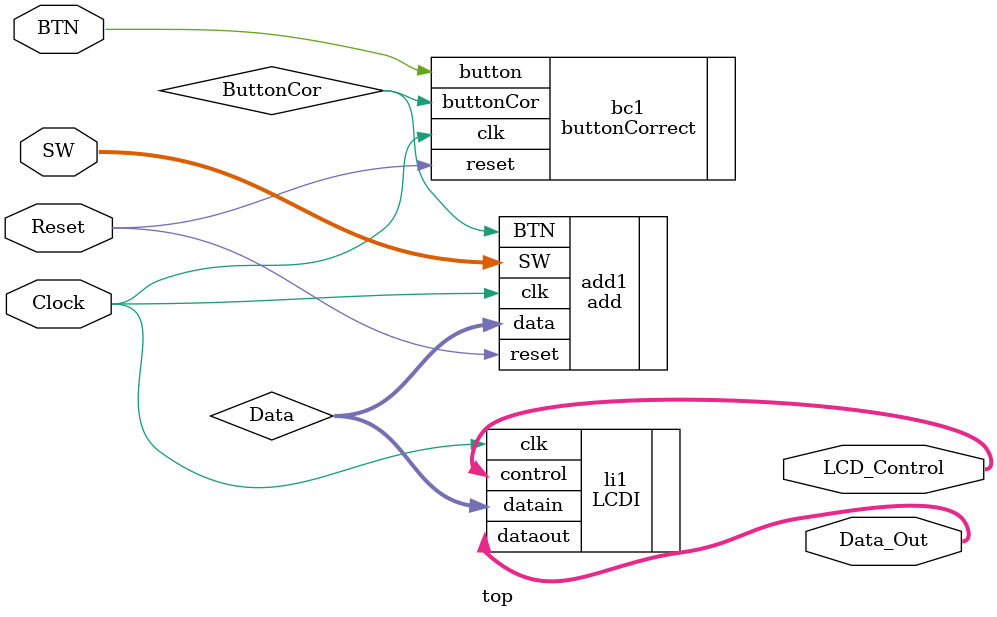
<source format=v>

module top (Clock, Reset, SW, BTN, LCD_Control, Data_Out);

input Clock, Reset;
input [3:0] SW;
input BTN;

output [2:0] LCD_Control;
output [3:0] Data_Out;

wire [31:0] Data;

buttonCorrect bc1 (.clk(Clock), .button(BTN), .reset(Reset), .buttonCor(ButtonCor));

add add1 (.clk(Clock), .reset(Reset), .SW(SW), .BTN(ButtonCor), .data(Data));

LCDI li1 (.clk(Clock), .datain(Data), .dataout(Data_Out), .control(LCD_Control));

endmodule


</source>
